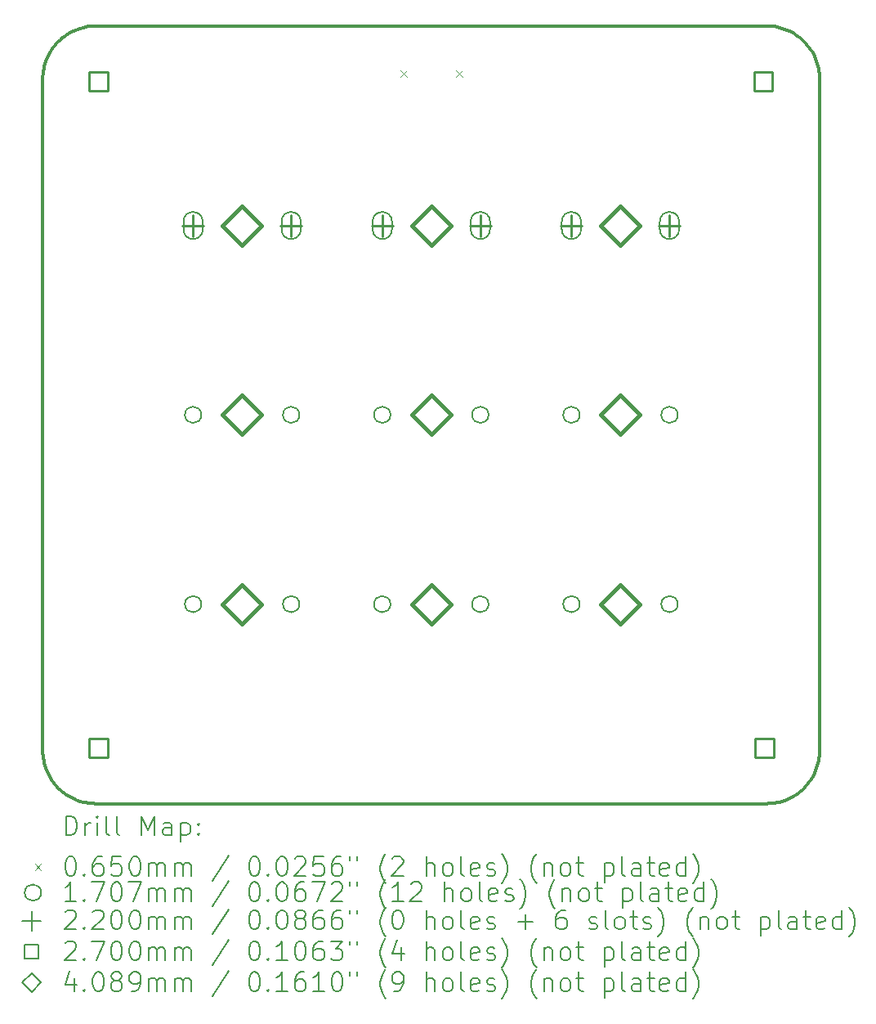
<source format=gbr>
%FSLAX45Y45*%
G04 Gerber Fmt 4.5, Leading zero omitted, Abs format (unit mm)*
G04 Created by KiCad (PCBNEW (6.0.1)) date 2022-06-28 21:47:59*
%MOMM*%
%LPD*%
G01*
G04 APERTURE LIST*
%TA.AperFunction,Profile*%
%ADD10C,0.349999*%
%TD*%
%ADD11C,0.200000*%
%ADD12C,0.065000*%
%ADD13C,0.170688*%
%ADD14C,0.220000*%
%ADD15C,0.270000*%
%ADD16C,0.408940*%
G04 APERTURE END LIST*
D10*
X18710005Y-6027735D02*
X18685475Y-6016867D01*
X18660445Y-13992793D02*
X18685475Y-13983134D01*
X11289995Y-13972265D02*
X11314525Y-13983134D01*
X18917077Y-6197784D02*
X18900445Y-6176434D01*
X18780140Y-6067407D02*
X18757383Y-6053024D01*
X18475000Y-5975000D02*
X18475000Y-5975000D01*
X11027735Y-13710005D02*
X11039794Y-13733989D01*
X18863909Y-6136092D02*
X18844146Y-6117285D01*
X19025000Y-6525000D02*
X19024324Y-6497727D01*
X10985666Y-6417200D02*
X10981028Y-6443782D01*
X11007207Y-13660445D02*
X11016867Y-13685475D01*
X19014334Y-6417200D02*
X19008412Y-6390938D01*
X18900445Y-13823567D02*
X18917077Y-13802216D01*
X19022308Y-6470640D02*
X19018972Y-6443782D01*
X11497727Y-14024324D02*
X11525000Y-14025000D01*
X10991588Y-6390938D02*
X10985666Y-6417200D01*
X18992793Y-6339555D02*
X18983134Y-6314525D01*
X11027735Y-6289995D02*
X11016867Y-6314525D01*
X18823567Y-13900444D02*
X18844146Y-13882716D01*
X18863909Y-13863909D02*
X18863909Y-13863909D01*
X18844146Y-13882716D02*
X18863909Y-13863909D01*
X11176434Y-6099556D02*
X11155855Y-6117285D01*
X10975000Y-13475000D02*
X10975676Y-13502272D01*
X19024324Y-13502272D02*
X19025000Y-13475000D01*
X11365041Y-5998774D02*
X11339555Y-6007207D01*
X10998774Y-13634959D02*
X11007207Y-13660445D01*
X11390938Y-5991588D02*
X11365041Y-5998774D01*
X18582800Y-5985666D02*
X18556218Y-5981028D01*
X11266011Y-13960206D02*
X11289995Y-13972265D01*
X11525000Y-14025000D02*
X11525000Y-14025000D01*
X11219860Y-6067407D02*
X11197784Y-6082924D01*
X11197784Y-6082924D02*
X11176434Y-6099556D01*
X19025000Y-13475000D02*
X19025000Y-6525000D01*
X11417200Y-5985666D02*
X11390938Y-5991588D01*
X19024324Y-6497727D02*
X19022308Y-6470640D01*
X18529360Y-5977692D02*
X18502273Y-5975676D01*
X11136092Y-6136092D02*
X11136092Y-6136092D01*
X18802216Y-6082924D02*
X18780140Y-6067407D01*
X18960206Y-6266011D02*
X18946976Y-6242617D01*
X18972265Y-6289995D02*
X18960206Y-6266011D01*
X18946976Y-13757383D02*
X18960206Y-13733989D01*
X10985666Y-13582800D02*
X10991588Y-13609062D01*
X18634959Y-5998774D02*
X18609062Y-5991588D01*
X18634959Y-14001226D02*
X18660445Y-13992793D01*
X11053024Y-13757383D02*
X11067407Y-13780140D01*
X18932594Y-6219860D02*
X18917077Y-6197784D01*
X10981028Y-6443782D02*
X10977692Y-6470640D01*
X18556218Y-14018972D02*
X18582800Y-14014334D01*
X18917077Y-13802216D02*
X18932594Y-13780140D01*
X19025000Y-6525000D02*
X19025000Y-6525000D01*
X19018972Y-13556218D02*
X19022308Y-13529360D01*
X18609062Y-5991588D02*
X18582800Y-5985666D01*
X18780140Y-13932593D02*
X18802216Y-13917077D01*
X10998774Y-6365041D02*
X10991588Y-6390938D01*
X11136092Y-13863909D02*
X11136092Y-13863909D01*
X18502273Y-5975676D02*
X18475000Y-5975000D01*
X11067407Y-6219860D02*
X11053024Y-6242617D01*
X18802216Y-13917077D02*
X18823567Y-13900444D01*
X18983134Y-6314525D02*
X18972265Y-6289995D01*
X10975676Y-6497727D02*
X10975000Y-6525000D01*
X18660445Y-6007207D02*
X18634959Y-5998774D01*
X10991588Y-13609062D02*
X10998774Y-13634959D01*
X18863909Y-6136092D02*
X18863909Y-6136092D01*
X11099556Y-13823567D02*
X11117285Y-13844146D01*
X19014334Y-13582800D02*
X19018972Y-13556218D01*
X18685475Y-13983134D02*
X18710005Y-13972265D01*
X18733989Y-6039794D02*
X18710005Y-6027735D01*
X18733989Y-13960206D02*
X18757383Y-13946976D01*
X11016867Y-6314525D02*
X11007207Y-6339555D01*
X11016867Y-13685475D02*
X11027735Y-13710005D01*
X19022308Y-13529360D02*
X19024324Y-13502272D01*
X10977692Y-6470640D02*
X10975676Y-6497727D01*
X11390938Y-14008412D02*
X11417200Y-14014334D01*
X11155855Y-13882716D02*
X11176434Y-13900444D01*
X11242617Y-13946976D02*
X11266011Y-13960206D01*
X19001226Y-13634959D02*
X19008412Y-13609062D01*
X11497727Y-5975676D02*
X11470640Y-5977692D01*
X18992793Y-13660445D02*
X19001226Y-13634959D01*
X18882716Y-13844146D02*
X18900445Y-13823567D01*
X18475000Y-5975000D02*
X11525000Y-5975000D01*
X11525000Y-5975000D02*
X11497727Y-5975676D01*
X18900445Y-6176434D02*
X18882716Y-6155854D01*
X11339555Y-6007207D02*
X11314525Y-6016867D01*
X19008412Y-13609062D02*
X19014334Y-13582800D01*
X11314525Y-13983134D02*
X11339555Y-13992793D01*
X10975676Y-13502272D02*
X10977692Y-13529360D01*
X11289995Y-6027735D02*
X11266011Y-6039794D01*
X19008412Y-6390938D02*
X19001226Y-6365041D01*
X11039794Y-6266011D02*
X11027735Y-6289995D01*
X11155855Y-6117285D02*
X11136092Y-6136092D01*
X11197784Y-13917077D02*
X11219860Y-13932593D01*
X19001226Y-6365041D02*
X18992793Y-6339555D01*
X18932594Y-13780140D02*
X18946976Y-13757383D01*
X10975000Y-6525000D02*
X10975000Y-6525000D01*
X10975000Y-6525000D02*
X10975000Y-13475000D01*
X11314525Y-6016867D02*
X11289995Y-6027735D01*
X18502273Y-14024324D02*
X18529360Y-14022308D01*
X11176434Y-13900444D02*
X11197784Y-13917077D01*
X18972265Y-13710005D02*
X18983134Y-13685475D01*
X11365041Y-14001226D02*
X11390938Y-14008412D01*
X18475000Y-14025000D02*
X18475000Y-14025000D01*
X11443782Y-5981028D02*
X11417200Y-5985666D01*
X11099556Y-6176434D02*
X11082924Y-6197784D01*
X18582800Y-14014334D02*
X18609062Y-14008412D01*
X18710005Y-13972265D02*
X18733989Y-13960206D01*
X18844146Y-6117285D02*
X18823567Y-6099556D01*
X18556218Y-5981028D02*
X18529360Y-5977692D01*
X11136092Y-13863909D02*
X11155855Y-13882716D01*
X11242617Y-6053024D02*
X11219860Y-6067407D01*
X18946976Y-6242617D02*
X18932594Y-6219860D01*
X11266011Y-6039794D02*
X11242617Y-6053024D01*
X11470640Y-14022308D02*
X11497727Y-14024324D01*
X18882716Y-6155854D02*
X18863909Y-6136092D01*
X11339555Y-13992793D02*
X11365041Y-14001226D01*
X10977692Y-13529360D02*
X10981028Y-13556218D01*
X18757383Y-6053024D02*
X18733989Y-6039794D01*
X11082924Y-6197784D02*
X11067407Y-6219860D01*
X18685475Y-6016867D02*
X18660445Y-6007207D01*
X18475000Y-14025000D02*
X18502273Y-14024324D01*
X18983134Y-13685475D02*
X18992793Y-13660445D01*
X18960206Y-13733989D02*
X18972265Y-13710005D01*
X11117285Y-6155854D02*
X11099556Y-6176434D01*
X11219860Y-13932593D02*
X11242617Y-13946976D01*
X11082924Y-13802216D02*
X11099556Y-13823567D01*
X11039794Y-13733989D02*
X11053024Y-13757383D01*
X18757383Y-13946976D02*
X18780140Y-13932593D01*
X10981028Y-13556218D02*
X10985666Y-13582800D01*
X11136092Y-6136092D02*
X11117285Y-6155854D01*
X18529360Y-14022308D02*
X18556218Y-14018972D01*
X11470640Y-5977692D02*
X11443782Y-5981028D01*
X11053024Y-6242617D02*
X11039794Y-6266011D01*
X18823567Y-6099556D02*
X18802216Y-6082924D01*
X11443782Y-14018972D02*
X11470640Y-14022308D01*
X11525000Y-5975000D02*
X11525000Y-5975000D01*
X11067407Y-13780140D02*
X11082924Y-13802216D01*
X18863909Y-13863909D02*
X18882716Y-13844146D01*
X10975000Y-13475000D02*
X10975000Y-13475000D01*
X11417200Y-14014334D02*
X11443782Y-14018972D01*
X11007207Y-6339555D02*
X10998774Y-6365041D01*
X19018972Y-6443782D02*
X19014334Y-6417200D01*
X18609062Y-14008412D02*
X18634959Y-14001226D01*
X11525000Y-14025000D02*
X18475000Y-14025000D01*
X11117285Y-13844146D02*
X11136092Y-13863909D01*
D11*
D12*
X14678500Y-6437500D02*
X14743500Y-6502500D01*
X14743500Y-6437500D02*
X14678500Y-6502500D01*
X15256500Y-6437500D02*
X15321500Y-6502500D01*
X15321500Y-6437500D02*
X15256500Y-6502500D01*
D13*
X12617344Y-10000000D02*
G75*
G03*
X12617344Y-10000000I-85344J0D01*
G01*
X12617344Y-11960000D02*
G75*
G03*
X12617344Y-11960000I-85344J0D01*
G01*
X13633344Y-10000000D02*
G75*
G03*
X13633344Y-10000000I-85344J0D01*
G01*
X13633344Y-11960000D02*
G75*
G03*
X13633344Y-11960000I-85344J0D01*
G01*
X14577344Y-10000000D02*
G75*
G03*
X14577344Y-10000000I-85344J0D01*
G01*
X14577344Y-11960000D02*
G75*
G03*
X14577344Y-11960000I-85344J0D01*
G01*
X15593344Y-10000000D02*
G75*
G03*
X15593344Y-10000000I-85344J0D01*
G01*
X15593344Y-11960000D02*
G75*
G03*
X15593344Y-11960000I-85344J0D01*
G01*
X16537344Y-10000000D02*
G75*
G03*
X16537344Y-10000000I-85344J0D01*
G01*
X16537344Y-11960000D02*
G75*
G03*
X16537344Y-11960000I-85344J0D01*
G01*
X17553344Y-10000000D02*
G75*
G03*
X17553344Y-10000000I-85344J0D01*
G01*
X17553344Y-11960000D02*
G75*
G03*
X17553344Y-11960000I-85344J0D01*
G01*
D14*
X12532000Y-7930000D02*
X12532000Y-8150000D01*
X12422000Y-8040000D02*
X12642000Y-8040000D01*
D11*
X12432000Y-8000000D02*
X12432000Y-8080000D01*
X12632000Y-8000000D02*
X12632000Y-8080000D01*
X12432000Y-8080000D02*
G75*
G03*
X12632000Y-8080000I100000J0D01*
G01*
X12632000Y-8000000D02*
G75*
G03*
X12432000Y-8000000I-100000J0D01*
G01*
D14*
X13548000Y-7930000D02*
X13548000Y-8150000D01*
X13438000Y-8040000D02*
X13658000Y-8040000D01*
D11*
X13448000Y-8000000D02*
X13448000Y-8080000D01*
X13648000Y-8000000D02*
X13648000Y-8080000D01*
X13448000Y-8080000D02*
G75*
G03*
X13648000Y-8080000I100000J0D01*
G01*
X13648000Y-8000000D02*
G75*
G03*
X13448000Y-8000000I-100000J0D01*
G01*
D14*
X14492000Y-7930000D02*
X14492000Y-8150000D01*
X14382000Y-8040000D02*
X14602000Y-8040000D01*
D11*
X14392000Y-8000000D02*
X14392000Y-8080000D01*
X14592000Y-8000000D02*
X14592000Y-8080000D01*
X14392000Y-8080000D02*
G75*
G03*
X14592000Y-8080000I100000J0D01*
G01*
X14592000Y-8000000D02*
G75*
G03*
X14392000Y-8000000I-100000J0D01*
G01*
D14*
X15508000Y-7930000D02*
X15508000Y-8150000D01*
X15398000Y-8040000D02*
X15618000Y-8040000D01*
D11*
X15408000Y-8000000D02*
X15408000Y-8080000D01*
X15608000Y-8000000D02*
X15608000Y-8080000D01*
X15408000Y-8080000D02*
G75*
G03*
X15608000Y-8080000I100000J0D01*
G01*
X15608000Y-8000000D02*
G75*
G03*
X15408000Y-8000000I-100000J0D01*
G01*
D14*
X16452000Y-7930000D02*
X16452000Y-8150000D01*
X16342000Y-8040000D02*
X16562000Y-8040000D01*
D11*
X16352000Y-8000000D02*
X16352000Y-8080000D01*
X16552000Y-8000000D02*
X16552000Y-8080000D01*
X16352000Y-8080000D02*
G75*
G03*
X16552000Y-8080000I100000J0D01*
G01*
X16552000Y-8000000D02*
G75*
G03*
X16352000Y-8000000I-100000J0D01*
G01*
D14*
X17468000Y-7930000D02*
X17468000Y-8150000D01*
X17358000Y-8040000D02*
X17578000Y-8040000D01*
D11*
X17368000Y-8000000D02*
X17368000Y-8080000D01*
X17568000Y-8000000D02*
X17568000Y-8080000D01*
X17368000Y-8080000D02*
G75*
G03*
X17568000Y-8080000I100000J0D01*
G01*
X17568000Y-8000000D02*
G75*
G03*
X17368000Y-8000000I-100000J0D01*
G01*
D15*
X11645460Y-6645460D02*
X11645460Y-6454540D01*
X11454540Y-6454540D01*
X11454540Y-6645460D01*
X11645460Y-6645460D01*
X11645460Y-13545460D02*
X11645460Y-13354540D01*
X11454540Y-13354540D01*
X11454540Y-13545460D01*
X11645460Y-13545460D01*
X18535460Y-6645460D02*
X18535460Y-6454540D01*
X18344540Y-6454540D01*
X18344540Y-6645460D01*
X18535460Y-6645460D01*
X18545460Y-13545460D02*
X18545460Y-13354540D01*
X18354540Y-13354540D01*
X18354540Y-13545460D01*
X18545460Y-13545460D01*
D16*
X13040000Y-8244470D02*
X13244470Y-8040000D01*
X13040000Y-7835530D01*
X12835530Y-8040000D01*
X13040000Y-8244470D01*
X13040000Y-10204470D02*
X13244470Y-10000000D01*
X13040000Y-9795530D01*
X12835530Y-10000000D01*
X13040000Y-10204470D01*
X13040000Y-12164470D02*
X13244470Y-11960000D01*
X13040000Y-11755530D01*
X12835530Y-11960000D01*
X13040000Y-12164470D01*
X15000000Y-8244470D02*
X15204470Y-8040000D01*
X15000000Y-7835530D01*
X14795530Y-8040000D01*
X15000000Y-8244470D01*
X15000000Y-10204470D02*
X15204470Y-10000000D01*
X15000000Y-9795530D01*
X14795530Y-10000000D01*
X15000000Y-10204470D01*
X15000000Y-12164470D02*
X15204470Y-11960000D01*
X15000000Y-11755530D01*
X14795530Y-11960000D01*
X15000000Y-12164470D01*
X16960000Y-8244470D02*
X17164470Y-8040000D01*
X16960000Y-7835530D01*
X16755530Y-8040000D01*
X16960000Y-8244470D01*
X16960000Y-10204470D02*
X17164470Y-10000000D01*
X16960000Y-9795530D01*
X16755530Y-10000000D01*
X16960000Y-10204470D01*
X16960000Y-12164470D02*
X17164470Y-11960000D01*
X16960000Y-11755530D01*
X16755530Y-11960000D01*
X16960000Y-12164470D01*
D11*
X11215119Y-14352976D02*
X11215119Y-14152976D01*
X11262738Y-14152976D01*
X11291310Y-14162500D01*
X11310358Y-14181547D01*
X11319881Y-14200595D01*
X11329405Y-14238690D01*
X11329405Y-14267261D01*
X11319881Y-14305357D01*
X11310358Y-14324404D01*
X11291310Y-14343452D01*
X11262738Y-14352976D01*
X11215119Y-14352976D01*
X11415119Y-14352976D02*
X11415119Y-14219642D01*
X11415119Y-14257738D02*
X11424643Y-14238690D01*
X11434167Y-14229166D01*
X11453215Y-14219642D01*
X11472262Y-14219642D01*
X11538929Y-14352976D02*
X11538929Y-14219642D01*
X11538929Y-14152976D02*
X11529405Y-14162500D01*
X11538929Y-14172023D01*
X11548453Y-14162500D01*
X11538929Y-14152976D01*
X11538929Y-14172023D01*
X11662738Y-14352976D02*
X11643691Y-14343452D01*
X11634167Y-14324404D01*
X11634167Y-14152976D01*
X11767500Y-14352976D02*
X11748453Y-14343452D01*
X11738929Y-14324404D01*
X11738929Y-14152976D01*
X11996072Y-14352976D02*
X11996072Y-14152976D01*
X12062738Y-14295833D01*
X12129405Y-14152976D01*
X12129405Y-14352976D01*
X12310358Y-14352976D02*
X12310358Y-14248214D01*
X12300834Y-14229166D01*
X12281786Y-14219642D01*
X12243691Y-14219642D01*
X12224643Y-14229166D01*
X12310358Y-14343452D02*
X12291310Y-14352976D01*
X12243691Y-14352976D01*
X12224643Y-14343452D01*
X12215119Y-14324404D01*
X12215119Y-14305357D01*
X12224643Y-14286309D01*
X12243691Y-14276785D01*
X12291310Y-14276785D01*
X12310358Y-14267261D01*
X12405596Y-14219642D02*
X12405596Y-14419642D01*
X12405596Y-14229166D02*
X12424643Y-14219642D01*
X12462738Y-14219642D01*
X12481786Y-14229166D01*
X12491310Y-14238690D01*
X12500834Y-14257738D01*
X12500834Y-14314880D01*
X12491310Y-14333928D01*
X12481786Y-14343452D01*
X12462738Y-14352976D01*
X12424643Y-14352976D01*
X12405596Y-14343452D01*
X12586548Y-14333928D02*
X12596072Y-14343452D01*
X12586548Y-14352976D01*
X12577024Y-14343452D01*
X12586548Y-14333928D01*
X12586548Y-14352976D01*
X12586548Y-14229166D02*
X12596072Y-14238690D01*
X12586548Y-14248214D01*
X12577024Y-14238690D01*
X12586548Y-14229166D01*
X12586548Y-14248214D01*
D12*
X10892501Y-14650000D02*
X10957501Y-14715000D01*
X10957501Y-14650000D02*
X10892501Y-14715000D01*
D11*
X11253215Y-14572976D02*
X11272262Y-14572976D01*
X11291310Y-14582500D01*
X11300834Y-14592023D01*
X11310358Y-14611071D01*
X11319881Y-14649166D01*
X11319881Y-14696785D01*
X11310358Y-14734880D01*
X11300834Y-14753928D01*
X11291310Y-14763452D01*
X11272262Y-14772976D01*
X11253215Y-14772976D01*
X11234167Y-14763452D01*
X11224643Y-14753928D01*
X11215119Y-14734880D01*
X11205596Y-14696785D01*
X11205596Y-14649166D01*
X11215119Y-14611071D01*
X11224643Y-14592023D01*
X11234167Y-14582500D01*
X11253215Y-14572976D01*
X11405596Y-14753928D02*
X11415119Y-14763452D01*
X11405596Y-14772976D01*
X11396072Y-14763452D01*
X11405596Y-14753928D01*
X11405596Y-14772976D01*
X11586548Y-14572976D02*
X11548453Y-14572976D01*
X11529405Y-14582500D01*
X11519881Y-14592023D01*
X11500834Y-14620595D01*
X11491310Y-14658690D01*
X11491310Y-14734880D01*
X11500834Y-14753928D01*
X11510358Y-14763452D01*
X11529405Y-14772976D01*
X11567500Y-14772976D01*
X11586548Y-14763452D01*
X11596072Y-14753928D01*
X11605596Y-14734880D01*
X11605596Y-14687261D01*
X11596072Y-14668214D01*
X11586548Y-14658690D01*
X11567500Y-14649166D01*
X11529405Y-14649166D01*
X11510358Y-14658690D01*
X11500834Y-14668214D01*
X11491310Y-14687261D01*
X11786548Y-14572976D02*
X11691310Y-14572976D01*
X11681786Y-14668214D01*
X11691310Y-14658690D01*
X11710358Y-14649166D01*
X11757977Y-14649166D01*
X11777024Y-14658690D01*
X11786548Y-14668214D01*
X11796072Y-14687261D01*
X11796072Y-14734880D01*
X11786548Y-14753928D01*
X11777024Y-14763452D01*
X11757977Y-14772976D01*
X11710358Y-14772976D01*
X11691310Y-14763452D01*
X11681786Y-14753928D01*
X11919881Y-14572976D02*
X11938929Y-14572976D01*
X11957977Y-14582500D01*
X11967500Y-14592023D01*
X11977024Y-14611071D01*
X11986548Y-14649166D01*
X11986548Y-14696785D01*
X11977024Y-14734880D01*
X11967500Y-14753928D01*
X11957977Y-14763452D01*
X11938929Y-14772976D01*
X11919881Y-14772976D01*
X11900834Y-14763452D01*
X11891310Y-14753928D01*
X11881786Y-14734880D01*
X11872262Y-14696785D01*
X11872262Y-14649166D01*
X11881786Y-14611071D01*
X11891310Y-14592023D01*
X11900834Y-14582500D01*
X11919881Y-14572976D01*
X12072262Y-14772976D02*
X12072262Y-14639642D01*
X12072262Y-14658690D02*
X12081786Y-14649166D01*
X12100834Y-14639642D01*
X12129405Y-14639642D01*
X12148453Y-14649166D01*
X12157977Y-14668214D01*
X12157977Y-14772976D01*
X12157977Y-14668214D02*
X12167500Y-14649166D01*
X12186548Y-14639642D01*
X12215119Y-14639642D01*
X12234167Y-14649166D01*
X12243691Y-14668214D01*
X12243691Y-14772976D01*
X12338929Y-14772976D02*
X12338929Y-14639642D01*
X12338929Y-14658690D02*
X12348453Y-14649166D01*
X12367500Y-14639642D01*
X12396072Y-14639642D01*
X12415119Y-14649166D01*
X12424643Y-14668214D01*
X12424643Y-14772976D01*
X12424643Y-14668214D02*
X12434167Y-14649166D01*
X12453215Y-14639642D01*
X12481786Y-14639642D01*
X12500834Y-14649166D01*
X12510358Y-14668214D01*
X12510358Y-14772976D01*
X12900834Y-14563452D02*
X12729405Y-14820595D01*
X13157977Y-14572976D02*
X13177024Y-14572976D01*
X13196072Y-14582500D01*
X13205596Y-14592023D01*
X13215119Y-14611071D01*
X13224643Y-14649166D01*
X13224643Y-14696785D01*
X13215119Y-14734880D01*
X13205596Y-14753928D01*
X13196072Y-14763452D01*
X13177024Y-14772976D01*
X13157977Y-14772976D01*
X13138929Y-14763452D01*
X13129405Y-14753928D01*
X13119881Y-14734880D01*
X13110358Y-14696785D01*
X13110358Y-14649166D01*
X13119881Y-14611071D01*
X13129405Y-14592023D01*
X13138929Y-14582500D01*
X13157977Y-14572976D01*
X13310358Y-14753928D02*
X13319881Y-14763452D01*
X13310358Y-14772976D01*
X13300834Y-14763452D01*
X13310358Y-14753928D01*
X13310358Y-14772976D01*
X13443691Y-14572976D02*
X13462738Y-14572976D01*
X13481786Y-14582500D01*
X13491310Y-14592023D01*
X13500834Y-14611071D01*
X13510358Y-14649166D01*
X13510358Y-14696785D01*
X13500834Y-14734880D01*
X13491310Y-14753928D01*
X13481786Y-14763452D01*
X13462738Y-14772976D01*
X13443691Y-14772976D01*
X13424643Y-14763452D01*
X13415119Y-14753928D01*
X13405596Y-14734880D01*
X13396072Y-14696785D01*
X13396072Y-14649166D01*
X13405596Y-14611071D01*
X13415119Y-14592023D01*
X13424643Y-14582500D01*
X13443691Y-14572976D01*
X13586548Y-14592023D02*
X13596072Y-14582500D01*
X13615119Y-14572976D01*
X13662738Y-14572976D01*
X13681786Y-14582500D01*
X13691310Y-14592023D01*
X13700834Y-14611071D01*
X13700834Y-14630119D01*
X13691310Y-14658690D01*
X13577024Y-14772976D01*
X13700834Y-14772976D01*
X13881786Y-14572976D02*
X13786548Y-14572976D01*
X13777024Y-14668214D01*
X13786548Y-14658690D01*
X13805596Y-14649166D01*
X13853215Y-14649166D01*
X13872262Y-14658690D01*
X13881786Y-14668214D01*
X13891310Y-14687261D01*
X13891310Y-14734880D01*
X13881786Y-14753928D01*
X13872262Y-14763452D01*
X13853215Y-14772976D01*
X13805596Y-14772976D01*
X13786548Y-14763452D01*
X13777024Y-14753928D01*
X14062738Y-14572976D02*
X14024643Y-14572976D01*
X14005596Y-14582500D01*
X13996072Y-14592023D01*
X13977024Y-14620595D01*
X13967500Y-14658690D01*
X13967500Y-14734880D01*
X13977024Y-14753928D01*
X13986548Y-14763452D01*
X14005596Y-14772976D01*
X14043691Y-14772976D01*
X14062738Y-14763452D01*
X14072262Y-14753928D01*
X14081786Y-14734880D01*
X14081786Y-14687261D01*
X14072262Y-14668214D01*
X14062738Y-14658690D01*
X14043691Y-14649166D01*
X14005596Y-14649166D01*
X13986548Y-14658690D01*
X13977024Y-14668214D01*
X13967500Y-14687261D01*
X14157977Y-14572976D02*
X14157977Y-14611071D01*
X14234167Y-14572976D02*
X14234167Y-14611071D01*
X14529405Y-14849166D02*
X14519881Y-14839642D01*
X14500834Y-14811071D01*
X14491310Y-14792023D01*
X14481786Y-14763452D01*
X14472262Y-14715833D01*
X14472262Y-14677738D01*
X14481786Y-14630119D01*
X14491310Y-14601547D01*
X14500834Y-14582500D01*
X14519881Y-14553928D01*
X14529405Y-14544404D01*
X14596072Y-14592023D02*
X14605596Y-14582500D01*
X14624643Y-14572976D01*
X14672262Y-14572976D01*
X14691310Y-14582500D01*
X14700834Y-14592023D01*
X14710358Y-14611071D01*
X14710358Y-14630119D01*
X14700834Y-14658690D01*
X14586548Y-14772976D01*
X14710358Y-14772976D01*
X14948453Y-14772976D02*
X14948453Y-14572976D01*
X15034167Y-14772976D02*
X15034167Y-14668214D01*
X15024643Y-14649166D01*
X15005596Y-14639642D01*
X14977024Y-14639642D01*
X14957977Y-14649166D01*
X14948453Y-14658690D01*
X15157977Y-14772976D02*
X15138929Y-14763452D01*
X15129405Y-14753928D01*
X15119881Y-14734880D01*
X15119881Y-14677738D01*
X15129405Y-14658690D01*
X15138929Y-14649166D01*
X15157977Y-14639642D01*
X15186548Y-14639642D01*
X15205596Y-14649166D01*
X15215119Y-14658690D01*
X15224643Y-14677738D01*
X15224643Y-14734880D01*
X15215119Y-14753928D01*
X15205596Y-14763452D01*
X15186548Y-14772976D01*
X15157977Y-14772976D01*
X15338929Y-14772976D02*
X15319881Y-14763452D01*
X15310358Y-14744404D01*
X15310358Y-14572976D01*
X15491310Y-14763452D02*
X15472262Y-14772976D01*
X15434167Y-14772976D01*
X15415119Y-14763452D01*
X15405596Y-14744404D01*
X15405596Y-14668214D01*
X15415119Y-14649166D01*
X15434167Y-14639642D01*
X15472262Y-14639642D01*
X15491310Y-14649166D01*
X15500834Y-14668214D01*
X15500834Y-14687261D01*
X15405596Y-14706309D01*
X15577024Y-14763452D02*
X15596072Y-14772976D01*
X15634167Y-14772976D01*
X15653215Y-14763452D01*
X15662738Y-14744404D01*
X15662738Y-14734880D01*
X15653215Y-14715833D01*
X15634167Y-14706309D01*
X15605596Y-14706309D01*
X15586548Y-14696785D01*
X15577024Y-14677738D01*
X15577024Y-14668214D01*
X15586548Y-14649166D01*
X15605596Y-14639642D01*
X15634167Y-14639642D01*
X15653215Y-14649166D01*
X15729405Y-14849166D02*
X15738929Y-14839642D01*
X15757977Y-14811071D01*
X15767500Y-14792023D01*
X15777024Y-14763452D01*
X15786548Y-14715833D01*
X15786548Y-14677738D01*
X15777024Y-14630119D01*
X15767500Y-14601547D01*
X15757977Y-14582500D01*
X15738929Y-14553928D01*
X15729405Y-14544404D01*
X16091310Y-14849166D02*
X16081786Y-14839642D01*
X16062738Y-14811071D01*
X16053215Y-14792023D01*
X16043691Y-14763452D01*
X16034167Y-14715833D01*
X16034167Y-14677738D01*
X16043691Y-14630119D01*
X16053215Y-14601547D01*
X16062738Y-14582500D01*
X16081786Y-14553928D01*
X16091310Y-14544404D01*
X16167500Y-14639642D02*
X16167500Y-14772976D01*
X16167500Y-14658690D02*
X16177024Y-14649166D01*
X16196072Y-14639642D01*
X16224643Y-14639642D01*
X16243691Y-14649166D01*
X16253215Y-14668214D01*
X16253215Y-14772976D01*
X16377024Y-14772976D02*
X16357977Y-14763452D01*
X16348453Y-14753928D01*
X16338929Y-14734880D01*
X16338929Y-14677738D01*
X16348453Y-14658690D01*
X16357977Y-14649166D01*
X16377024Y-14639642D01*
X16405596Y-14639642D01*
X16424643Y-14649166D01*
X16434167Y-14658690D01*
X16443691Y-14677738D01*
X16443691Y-14734880D01*
X16434167Y-14753928D01*
X16424643Y-14763452D01*
X16405596Y-14772976D01*
X16377024Y-14772976D01*
X16500834Y-14639642D02*
X16577024Y-14639642D01*
X16529405Y-14572976D02*
X16529405Y-14744404D01*
X16538929Y-14763452D01*
X16557977Y-14772976D01*
X16577024Y-14772976D01*
X16796072Y-14639642D02*
X16796072Y-14839642D01*
X16796072Y-14649166D02*
X16815120Y-14639642D01*
X16853215Y-14639642D01*
X16872262Y-14649166D01*
X16881786Y-14658690D01*
X16891310Y-14677738D01*
X16891310Y-14734880D01*
X16881786Y-14753928D01*
X16872262Y-14763452D01*
X16853215Y-14772976D01*
X16815120Y-14772976D01*
X16796072Y-14763452D01*
X17005596Y-14772976D02*
X16986548Y-14763452D01*
X16977024Y-14744404D01*
X16977024Y-14572976D01*
X17167500Y-14772976D02*
X17167500Y-14668214D01*
X17157977Y-14649166D01*
X17138929Y-14639642D01*
X17100834Y-14639642D01*
X17081786Y-14649166D01*
X17167500Y-14763452D02*
X17148453Y-14772976D01*
X17100834Y-14772976D01*
X17081786Y-14763452D01*
X17072262Y-14744404D01*
X17072262Y-14725357D01*
X17081786Y-14706309D01*
X17100834Y-14696785D01*
X17148453Y-14696785D01*
X17167500Y-14687261D01*
X17234167Y-14639642D02*
X17310358Y-14639642D01*
X17262739Y-14572976D02*
X17262739Y-14744404D01*
X17272262Y-14763452D01*
X17291310Y-14772976D01*
X17310358Y-14772976D01*
X17453215Y-14763452D02*
X17434167Y-14772976D01*
X17396072Y-14772976D01*
X17377024Y-14763452D01*
X17367500Y-14744404D01*
X17367500Y-14668214D01*
X17377024Y-14649166D01*
X17396072Y-14639642D01*
X17434167Y-14639642D01*
X17453215Y-14649166D01*
X17462739Y-14668214D01*
X17462739Y-14687261D01*
X17367500Y-14706309D01*
X17634167Y-14772976D02*
X17634167Y-14572976D01*
X17634167Y-14763452D02*
X17615120Y-14772976D01*
X17577024Y-14772976D01*
X17557977Y-14763452D01*
X17548453Y-14753928D01*
X17538929Y-14734880D01*
X17538929Y-14677738D01*
X17548453Y-14658690D01*
X17557977Y-14649166D01*
X17577024Y-14639642D01*
X17615120Y-14639642D01*
X17634167Y-14649166D01*
X17710358Y-14849166D02*
X17719881Y-14839642D01*
X17738929Y-14811071D01*
X17748453Y-14792023D01*
X17757977Y-14763452D01*
X17767500Y-14715833D01*
X17767500Y-14677738D01*
X17757977Y-14630119D01*
X17748453Y-14601547D01*
X17738929Y-14582500D01*
X17719881Y-14553928D01*
X17710358Y-14544404D01*
D13*
X10957501Y-14946500D02*
G75*
G03*
X10957501Y-14946500I-85344J0D01*
G01*
D11*
X11319881Y-15036976D02*
X11205596Y-15036976D01*
X11262738Y-15036976D02*
X11262738Y-14836976D01*
X11243691Y-14865547D01*
X11224643Y-14884595D01*
X11205596Y-14894119D01*
X11405596Y-15017928D02*
X11415119Y-15027452D01*
X11405596Y-15036976D01*
X11396072Y-15027452D01*
X11405596Y-15017928D01*
X11405596Y-15036976D01*
X11481786Y-14836976D02*
X11615119Y-14836976D01*
X11529405Y-15036976D01*
X11729405Y-14836976D02*
X11748453Y-14836976D01*
X11767500Y-14846500D01*
X11777024Y-14856023D01*
X11786548Y-14875071D01*
X11796072Y-14913166D01*
X11796072Y-14960785D01*
X11786548Y-14998880D01*
X11777024Y-15017928D01*
X11767500Y-15027452D01*
X11748453Y-15036976D01*
X11729405Y-15036976D01*
X11710358Y-15027452D01*
X11700834Y-15017928D01*
X11691310Y-14998880D01*
X11681786Y-14960785D01*
X11681786Y-14913166D01*
X11691310Y-14875071D01*
X11700834Y-14856023D01*
X11710358Y-14846500D01*
X11729405Y-14836976D01*
X11862738Y-14836976D02*
X11996072Y-14836976D01*
X11910358Y-15036976D01*
X12072262Y-15036976D02*
X12072262Y-14903642D01*
X12072262Y-14922690D02*
X12081786Y-14913166D01*
X12100834Y-14903642D01*
X12129405Y-14903642D01*
X12148453Y-14913166D01*
X12157977Y-14932214D01*
X12157977Y-15036976D01*
X12157977Y-14932214D02*
X12167500Y-14913166D01*
X12186548Y-14903642D01*
X12215119Y-14903642D01*
X12234167Y-14913166D01*
X12243691Y-14932214D01*
X12243691Y-15036976D01*
X12338929Y-15036976D02*
X12338929Y-14903642D01*
X12338929Y-14922690D02*
X12348453Y-14913166D01*
X12367500Y-14903642D01*
X12396072Y-14903642D01*
X12415119Y-14913166D01*
X12424643Y-14932214D01*
X12424643Y-15036976D01*
X12424643Y-14932214D02*
X12434167Y-14913166D01*
X12453215Y-14903642D01*
X12481786Y-14903642D01*
X12500834Y-14913166D01*
X12510358Y-14932214D01*
X12510358Y-15036976D01*
X12900834Y-14827452D02*
X12729405Y-15084595D01*
X13157977Y-14836976D02*
X13177024Y-14836976D01*
X13196072Y-14846500D01*
X13205596Y-14856023D01*
X13215119Y-14875071D01*
X13224643Y-14913166D01*
X13224643Y-14960785D01*
X13215119Y-14998880D01*
X13205596Y-15017928D01*
X13196072Y-15027452D01*
X13177024Y-15036976D01*
X13157977Y-15036976D01*
X13138929Y-15027452D01*
X13129405Y-15017928D01*
X13119881Y-14998880D01*
X13110358Y-14960785D01*
X13110358Y-14913166D01*
X13119881Y-14875071D01*
X13129405Y-14856023D01*
X13138929Y-14846500D01*
X13157977Y-14836976D01*
X13310358Y-15017928D02*
X13319881Y-15027452D01*
X13310358Y-15036976D01*
X13300834Y-15027452D01*
X13310358Y-15017928D01*
X13310358Y-15036976D01*
X13443691Y-14836976D02*
X13462738Y-14836976D01*
X13481786Y-14846500D01*
X13491310Y-14856023D01*
X13500834Y-14875071D01*
X13510358Y-14913166D01*
X13510358Y-14960785D01*
X13500834Y-14998880D01*
X13491310Y-15017928D01*
X13481786Y-15027452D01*
X13462738Y-15036976D01*
X13443691Y-15036976D01*
X13424643Y-15027452D01*
X13415119Y-15017928D01*
X13405596Y-14998880D01*
X13396072Y-14960785D01*
X13396072Y-14913166D01*
X13405596Y-14875071D01*
X13415119Y-14856023D01*
X13424643Y-14846500D01*
X13443691Y-14836976D01*
X13681786Y-14836976D02*
X13643691Y-14836976D01*
X13624643Y-14846500D01*
X13615119Y-14856023D01*
X13596072Y-14884595D01*
X13586548Y-14922690D01*
X13586548Y-14998880D01*
X13596072Y-15017928D01*
X13605596Y-15027452D01*
X13624643Y-15036976D01*
X13662738Y-15036976D01*
X13681786Y-15027452D01*
X13691310Y-15017928D01*
X13700834Y-14998880D01*
X13700834Y-14951261D01*
X13691310Y-14932214D01*
X13681786Y-14922690D01*
X13662738Y-14913166D01*
X13624643Y-14913166D01*
X13605596Y-14922690D01*
X13596072Y-14932214D01*
X13586548Y-14951261D01*
X13767500Y-14836976D02*
X13900834Y-14836976D01*
X13815119Y-15036976D01*
X13967500Y-14856023D02*
X13977024Y-14846500D01*
X13996072Y-14836976D01*
X14043691Y-14836976D01*
X14062738Y-14846500D01*
X14072262Y-14856023D01*
X14081786Y-14875071D01*
X14081786Y-14894119D01*
X14072262Y-14922690D01*
X13957977Y-15036976D01*
X14081786Y-15036976D01*
X14157977Y-14836976D02*
X14157977Y-14875071D01*
X14234167Y-14836976D02*
X14234167Y-14875071D01*
X14529405Y-15113166D02*
X14519881Y-15103642D01*
X14500834Y-15075071D01*
X14491310Y-15056023D01*
X14481786Y-15027452D01*
X14472262Y-14979833D01*
X14472262Y-14941738D01*
X14481786Y-14894119D01*
X14491310Y-14865547D01*
X14500834Y-14846500D01*
X14519881Y-14817928D01*
X14529405Y-14808404D01*
X14710358Y-15036976D02*
X14596072Y-15036976D01*
X14653215Y-15036976D02*
X14653215Y-14836976D01*
X14634167Y-14865547D01*
X14615119Y-14884595D01*
X14596072Y-14894119D01*
X14786548Y-14856023D02*
X14796072Y-14846500D01*
X14815119Y-14836976D01*
X14862738Y-14836976D01*
X14881786Y-14846500D01*
X14891310Y-14856023D01*
X14900834Y-14875071D01*
X14900834Y-14894119D01*
X14891310Y-14922690D01*
X14777024Y-15036976D01*
X14900834Y-15036976D01*
X15138929Y-15036976D02*
X15138929Y-14836976D01*
X15224643Y-15036976D02*
X15224643Y-14932214D01*
X15215119Y-14913166D01*
X15196072Y-14903642D01*
X15167500Y-14903642D01*
X15148453Y-14913166D01*
X15138929Y-14922690D01*
X15348453Y-15036976D02*
X15329405Y-15027452D01*
X15319881Y-15017928D01*
X15310358Y-14998880D01*
X15310358Y-14941738D01*
X15319881Y-14922690D01*
X15329405Y-14913166D01*
X15348453Y-14903642D01*
X15377024Y-14903642D01*
X15396072Y-14913166D01*
X15405596Y-14922690D01*
X15415119Y-14941738D01*
X15415119Y-14998880D01*
X15405596Y-15017928D01*
X15396072Y-15027452D01*
X15377024Y-15036976D01*
X15348453Y-15036976D01*
X15529405Y-15036976D02*
X15510358Y-15027452D01*
X15500834Y-15008404D01*
X15500834Y-14836976D01*
X15681786Y-15027452D02*
X15662738Y-15036976D01*
X15624643Y-15036976D01*
X15605596Y-15027452D01*
X15596072Y-15008404D01*
X15596072Y-14932214D01*
X15605596Y-14913166D01*
X15624643Y-14903642D01*
X15662738Y-14903642D01*
X15681786Y-14913166D01*
X15691310Y-14932214D01*
X15691310Y-14951261D01*
X15596072Y-14970309D01*
X15767500Y-15027452D02*
X15786548Y-15036976D01*
X15824643Y-15036976D01*
X15843691Y-15027452D01*
X15853215Y-15008404D01*
X15853215Y-14998880D01*
X15843691Y-14979833D01*
X15824643Y-14970309D01*
X15796072Y-14970309D01*
X15777024Y-14960785D01*
X15767500Y-14941738D01*
X15767500Y-14932214D01*
X15777024Y-14913166D01*
X15796072Y-14903642D01*
X15824643Y-14903642D01*
X15843691Y-14913166D01*
X15919881Y-15113166D02*
X15929405Y-15103642D01*
X15948453Y-15075071D01*
X15957977Y-15056023D01*
X15967500Y-15027452D01*
X15977024Y-14979833D01*
X15977024Y-14941738D01*
X15967500Y-14894119D01*
X15957977Y-14865547D01*
X15948453Y-14846500D01*
X15929405Y-14817928D01*
X15919881Y-14808404D01*
X16281786Y-15113166D02*
X16272262Y-15103642D01*
X16253215Y-15075071D01*
X16243691Y-15056023D01*
X16234167Y-15027452D01*
X16224643Y-14979833D01*
X16224643Y-14941738D01*
X16234167Y-14894119D01*
X16243691Y-14865547D01*
X16253215Y-14846500D01*
X16272262Y-14817928D01*
X16281786Y-14808404D01*
X16357977Y-14903642D02*
X16357977Y-15036976D01*
X16357977Y-14922690D02*
X16367500Y-14913166D01*
X16386548Y-14903642D01*
X16415119Y-14903642D01*
X16434167Y-14913166D01*
X16443691Y-14932214D01*
X16443691Y-15036976D01*
X16567500Y-15036976D02*
X16548453Y-15027452D01*
X16538929Y-15017928D01*
X16529405Y-14998880D01*
X16529405Y-14941738D01*
X16538929Y-14922690D01*
X16548453Y-14913166D01*
X16567500Y-14903642D01*
X16596072Y-14903642D01*
X16615119Y-14913166D01*
X16624643Y-14922690D01*
X16634167Y-14941738D01*
X16634167Y-14998880D01*
X16624643Y-15017928D01*
X16615119Y-15027452D01*
X16596072Y-15036976D01*
X16567500Y-15036976D01*
X16691310Y-14903642D02*
X16767500Y-14903642D01*
X16719881Y-14836976D02*
X16719881Y-15008404D01*
X16729405Y-15027452D01*
X16748453Y-15036976D01*
X16767500Y-15036976D01*
X16986548Y-14903642D02*
X16986548Y-15103642D01*
X16986548Y-14913166D02*
X17005596Y-14903642D01*
X17043691Y-14903642D01*
X17062739Y-14913166D01*
X17072262Y-14922690D01*
X17081786Y-14941738D01*
X17081786Y-14998880D01*
X17072262Y-15017928D01*
X17062739Y-15027452D01*
X17043691Y-15036976D01*
X17005596Y-15036976D01*
X16986548Y-15027452D01*
X17196072Y-15036976D02*
X17177024Y-15027452D01*
X17167500Y-15008404D01*
X17167500Y-14836976D01*
X17357977Y-15036976D02*
X17357977Y-14932214D01*
X17348453Y-14913166D01*
X17329405Y-14903642D01*
X17291310Y-14903642D01*
X17272262Y-14913166D01*
X17357977Y-15027452D02*
X17338929Y-15036976D01*
X17291310Y-15036976D01*
X17272262Y-15027452D01*
X17262739Y-15008404D01*
X17262739Y-14989357D01*
X17272262Y-14970309D01*
X17291310Y-14960785D01*
X17338929Y-14960785D01*
X17357977Y-14951261D01*
X17424643Y-14903642D02*
X17500834Y-14903642D01*
X17453215Y-14836976D02*
X17453215Y-15008404D01*
X17462739Y-15027452D01*
X17481786Y-15036976D01*
X17500834Y-15036976D01*
X17643691Y-15027452D02*
X17624643Y-15036976D01*
X17586548Y-15036976D01*
X17567500Y-15027452D01*
X17557977Y-15008404D01*
X17557977Y-14932214D01*
X17567500Y-14913166D01*
X17586548Y-14903642D01*
X17624643Y-14903642D01*
X17643691Y-14913166D01*
X17653215Y-14932214D01*
X17653215Y-14951261D01*
X17557977Y-14970309D01*
X17824643Y-15036976D02*
X17824643Y-14836976D01*
X17824643Y-15027452D02*
X17805596Y-15036976D01*
X17767500Y-15036976D01*
X17748453Y-15027452D01*
X17738929Y-15017928D01*
X17729405Y-14998880D01*
X17729405Y-14941738D01*
X17738929Y-14922690D01*
X17748453Y-14913166D01*
X17767500Y-14903642D01*
X17805596Y-14903642D01*
X17824643Y-14913166D01*
X17900834Y-15113166D02*
X17910358Y-15103642D01*
X17929405Y-15075071D01*
X17938929Y-15056023D01*
X17948453Y-15027452D01*
X17957977Y-14979833D01*
X17957977Y-14941738D01*
X17948453Y-14894119D01*
X17938929Y-14865547D01*
X17929405Y-14846500D01*
X17910358Y-14817928D01*
X17900834Y-14808404D01*
X10857501Y-15137188D02*
X10857501Y-15337188D01*
X10757501Y-15237188D02*
X10957501Y-15237188D01*
X11205596Y-15146711D02*
X11215119Y-15137188D01*
X11234167Y-15127664D01*
X11281786Y-15127664D01*
X11300834Y-15137188D01*
X11310358Y-15146711D01*
X11319881Y-15165759D01*
X11319881Y-15184807D01*
X11310358Y-15213378D01*
X11196072Y-15327664D01*
X11319881Y-15327664D01*
X11405596Y-15308616D02*
X11415119Y-15318140D01*
X11405596Y-15327664D01*
X11396072Y-15318140D01*
X11405596Y-15308616D01*
X11405596Y-15327664D01*
X11491310Y-15146711D02*
X11500834Y-15137188D01*
X11519881Y-15127664D01*
X11567500Y-15127664D01*
X11586548Y-15137188D01*
X11596072Y-15146711D01*
X11605596Y-15165759D01*
X11605596Y-15184807D01*
X11596072Y-15213378D01*
X11481786Y-15327664D01*
X11605596Y-15327664D01*
X11729405Y-15127664D02*
X11748453Y-15127664D01*
X11767500Y-15137188D01*
X11777024Y-15146711D01*
X11786548Y-15165759D01*
X11796072Y-15203854D01*
X11796072Y-15251473D01*
X11786548Y-15289569D01*
X11777024Y-15308616D01*
X11767500Y-15318140D01*
X11748453Y-15327664D01*
X11729405Y-15327664D01*
X11710358Y-15318140D01*
X11700834Y-15308616D01*
X11691310Y-15289569D01*
X11681786Y-15251473D01*
X11681786Y-15203854D01*
X11691310Y-15165759D01*
X11700834Y-15146711D01*
X11710358Y-15137188D01*
X11729405Y-15127664D01*
X11919881Y-15127664D02*
X11938929Y-15127664D01*
X11957977Y-15137188D01*
X11967500Y-15146711D01*
X11977024Y-15165759D01*
X11986548Y-15203854D01*
X11986548Y-15251473D01*
X11977024Y-15289569D01*
X11967500Y-15308616D01*
X11957977Y-15318140D01*
X11938929Y-15327664D01*
X11919881Y-15327664D01*
X11900834Y-15318140D01*
X11891310Y-15308616D01*
X11881786Y-15289569D01*
X11872262Y-15251473D01*
X11872262Y-15203854D01*
X11881786Y-15165759D01*
X11891310Y-15146711D01*
X11900834Y-15137188D01*
X11919881Y-15127664D01*
X12072262Y-15327664D02*
X12072262Y-15194330D01*
X12072262Y-15213378D02*
X12081786Y-15203854D01*
X12100834Y-15194330D01*
X12129405Y-15194330D01*
X12148453Y-15203854D01*
X12157977Y-15222902D01*
X12157977Y-15327664D01*
X12157977Y-15222902D02*
X12167500Y-15203854D01*
X12186548Y-15194330D01*
X12215119Y-15194330D01*
X12234167Y-15203854D01*
X12243691Y-15222902D01*
X12243691Y-15327664D01*
X12338929Y-15327664D02*
X12338929Y-15194330D01*
X12338929Y-15213378D02*
X12348453Y-15203854D01*
X12367500Y-15194330D01*
X12396072Y-15194330D01*
X12415119Y-15203854D01*
X12424643Y-15222902D01*
X12424643Y-15327664D01*
X12424643Y-15222902D02*
X12434167Y-15203854D01*
X12453215Y-15194330D01*
X12481786Y-15194330D01*
X12500834Y-15203854D01*
X12510358Y-15222902D01*
X12510358Y-15327664D01*
X12900834Y-15118140D02*
X12729405Y-15375283D01*
X13157977Y-15127664D02*
X13177024Y-15127664D01*
X13196072Y-15137188D01*
X13205596Y-15146711D01*
X13215119Y-15165759D01*
X13224643Y-15203854D01*
X13224643Y-15251473D01*
X13215119Y-15289569D01*
X13205596Y-15308616D01*
X13196072Y-15318140D01*
X13177024Y-15327664D01*
X13157977Y-15327664D01*
X13138929Y-15318140D01*
X13129405Y-15308616D01*
X13119881Y-15289569D01*
X13110358Y-15251473D01*
X13110358Y-15203854D01*
X13119881Y-15165759D01*
X13129405Y-15146711D01*
X13138929Y-15137188D01*
X13157977Y-15127664D01*
X13310358Y-15308616D02*
X13319881Y-15318140D01*
X13310358Y-15327664D01*
X13300834Y-15318140D01*
X13310358Y-15308616D01*
X13310358Y-15327664D01*
X13443691Y-15127664D02*
X13462738Y-15127664D01*
X13481786Y-15137188D01*
X13491310Y-15146711D01*
X13500834Y-15165759D01*
X13510358Y-15203854D01*
X13510358Y-15251473D01*
X13500834Y-15289569D01*
X13491310Y-15308616D01*
X13481786Y-15318140D01*
X13462738Y-15327664D01*
X13443691Y-15327664D01*
X13424643Y-15318140D01*
X13415119Y-15308616D01*
X13405596Y-15289569D01*
X13396072Y-15251473D01*
X13396072Y-15203854D01*
X13405596Y-15165759D01*
X13415119Y-15146711D01*
X13424643Y-15137188D01*
X13443691Y-15127664D01*
X13624643Y-15213378D02*
X13605596Y-15203854D01*
X13596072Y-15194330D01*
X13586548Y-15175283D01*
X13586548Y-15165759D01*
X13596072Y-15146711D01*
X13605596Y-15137188D01*
X13624643Y-15127664D01*
X13662738Y-15127664D01*
X13681786Y-15137188D01*
X13691310Y-15146711D01*
X13700834Y-15165759D01*
X13700834Y-15175283D01*
X13691310Y-15194330D01*
X13681786Y-15203854D01*
X13662738Y-15213378D01*
X13624643Y-15213378D01*
X13605596Y-15222902D01*
X13596072Y-15232426D01*
X13586548Y-15251473D01*
X13586548Y-15289569D01*
X13596072Y-15308616D01*
X13605596Y-15318140D01*
X13624643Y-15327664D01*
X13662738Y-15327664D01*
X13681786Y-15318140D01*
X13691310Y-15308616D01*
X13700834Y-15289569D01*
X13700834Y-15251473D01*
X13691310Y-15232426D01*
X13681786Y-15222902D01*
X13662738Y-15213378D01*
X13872262Y-15127664D02*
X13834167Y-15127664D01*
X13815119Y-15137188D01*
X13805596Y-15146711D01*
X13786548Y-15175283D01*
X13777024Y-15213378D01*
X13777024Y-15289569D01*
X13786548Y-15308616D01*
X13796072Y-15318140D01*
X13815119Y-15327664D01*
X13853215Y-15327664D01*
X13872262Y-15318140D01*
X13881786Y-15308616D01*
X13891310Y-15289569D01*
X13891310Y-15241950D01*
X13881786Y-15222902D01*
X13872262Y-15213378D01*
X13853215Y-15203854D01*
X13815119Y-15203854D01*
X13796072Y-15213378D01*
X13786548Y-15222902D01*
X13777024Y-15241950D01*
X14062738Y-15127664D02*
X14024643Y-15127664D01*
X14005596Y-15137188D01*
X13996072Y-15146711D01*
X13977024Y-15175283D01*
X13967500Y-15213378D01*
X13967500Y-15289569D01*
X13977024Y-15308616D01*
X13986548Y-15318140D01*
X14005596Y-15327664D01*
X14043691Y-15327664D01*
X14062738Y-15318140D01*
X14072262Y-15308616D01*
X14081786Y-15289569D01*
X14081786Y-15241950D01*
X14072262Y-15222902D01*
X14062738Y-15213378D01*
X14043691Y-15203854D01*
X14005596Y-15203854D01*
X13986548Y-15213378D01*
X13977024Y-15222902D01*
X13967500Y-15241950D01*
X14157977Y-15127664D02*
X14157977Y-15165759D01*
X14234167Y-15127664D02*
X14234167Y-15165759D01*
X14529405Y-15403854D02*
X14519881Y-15394330D01*
X14500834Y-15365759D01*
X14491310Y-15346711D01*
X14481786Y-15318140D01*
X14472262Y-15270521D01*
X14472262Y-15232426D01*
X14481786Y-15184807D01*
X14491310Y-15156235D01*
X14500834Y-15137188D01*
X14519881Y-15108616D01*
X14529405Y-15099092D01*
X14643691Y-15127664D02*
X14662738Y-15127664D01*
X14681786Y-15137188D01*
X14691310Y-15146711D01*
X14700834Y-15165759D01*
X14710358Y-15203854D01*
X14710358Y-15251473D01*
X14700834Y-15289569D01*
X14691310Y-15308616D01*
X14681786Y-15318140D01*
X14662738Y-15327664D01*
X14643691Y-15327664D01*
X14624643Y-15318140D01*
X14615119Y-15308616D01*
X14605596Y-15289569D01*
X14596072Y-15251473D01*
X14596072Y-15203854D01*
X14605596Y-15165759D01*
X14615119Y-15146711D01*
X14624643Y-15137188D01*
X14643691Y-15127664D01*
X14948453Y-15327664D02*
X14948453Y-15127664D01*
X15034167Y-15327664D02*
X15034167Y-15222902D01*
X15024643Y-15203854D01*
X15005596Y-15194330D01*
X14977024Y-15194330D01*
X14957977Y-15203854D01*
X14948453Y-15213378D01*
X15157977Y-15327664D02*
X15138929Y-15318140D01*
X15129405Y-15308616D01*
X15119881Y-15289569D01*
X15119881Y-15232426D01*
X15129405Y-15213378D01*
X15138929Y-15203854D01*
X15157977Y-15194330D01*
X15186548Y-15194330D01*
X15205596Y-15203854D01*
X15215119Y-15213378D01*
X15224643Y-15232426D01*
X15224643Y-15289569D01*
X15215119Y-15308616D01*
X15205596Y-15318140D01*
X15186548Y-15327664D01*
X15157977Y-15327664D01*
X15338929Y-15327664D02*
X15319881Y-15318140D01*
X15310358Y-15299092D01*
X15310358Y-15127664D01*
X15491310Y-15318140D02*
X15472262Y-15327664D01*
X15434167Y-15327664D01*
X15415119Y-15318140D01*
X15405596Y-15299092D01*
X15405596Y-15222902D01*
X15415119Y-15203854D01*
X15434167Y-15194330D01*
X15472262Y-15194330D01*
X15491310Y-15203854D01*
X15500834Y-15222902D01*
X15500834Y-15241950D01*
X15405596Y-15260997D01*
X15577024Y-15318140D02*
X15596072Y-15327664D01*
X15634167Y-15327664D01*
X15653215Y-15318140D01*
X15662738Y-15299092D01*
X15662738Y-15289569D01*
X15653215Y-15270521D01*
X15634167Y-15260997D01*
X15605596Y-15260997D01*
X15586548Y-15251473D01*
X15577024Y-15232426D01*
X15577024Y-15222902D01*
X15586548Y-15203854D01*
X15605596Y-15194330D01*
X15634167Y-15194330D01*
X15653215Y-15203854D01*
X15900834Y-15251473D02*
X16053215Y-15251473D01*
X15977024Y-15327664D02*
X15977024Y-15175283D01*
X16386548Y-15127664D02*
X16348453Y-15127664D01*
X16329405Y-15137188D01*
X16319881Y-15146711D01*
X16300834Y-15175283D01*
X16291310Y-15213378D01*
X16291310Y-15289569D01*
X16300834Y-15308616D01*
X16310358Y-15318140D01*
X16329405Y-15327664D01*
X16367500Y-15327664D01*
X16386548Y-15318140D01*
X16396072Y-15308616D01*
X16405596Y-15289569D01*
X16405596Y-15241950D01*
X16396072Y-15222902D01*
X16386548Y-15213378D01*
X16367500Y-15203854D01*
X16329405Y-15203854D01*
X16310358Y-15213378D01*
X16300834Y-15222902D01*
X16291310Y-15241950D01*
X16634167Y-15318140D02*
X16653215Y-15327664D01*
X16691310Y-15327664D01*
X16710358Y-15318140D01*
X16719881Y-15299092D01*
X16719881Y-15289569D01*
X16710358Y-15270521D01*
X16691310Y-15260997D01*
X16662738Y-15260997D01*
X16643691Y-15251473D01*
X16634167Y-15232426D01*
X16634167Y-15222902D01*
X16643691Y-15203854D01*
X16662738Y-15194330D01*
X16691310Y-15194330D01*
X16710358Y-15203854D01*
X16834167Y-15327664D02*
X16815120Y-15318140D01*
X16805596Y-15299092D01*
X16805596Y-15127664D01*
X16938929Y-15327664D02*
X16919881Y-15318140D01*
X16910358Y-15308616D01*
X16900834Y-15289569D01*
X16900834Y-15232426D01*
X16910358Y-15213378D01*
X16919881Y-15203854D01*
X16938929Y-15194330D01*
X16967500Y-15194330D01*
X16986548Y-15203854D01*
X16996072Y-15213378D01*
X17005596Y-15232426D01*
X17005596Y-15289569D01*
X16996072Y-15308616D01*
X16986548Y-15318140D01*
X16967500Y-15327664D01*
X16938929Y-15327664D01*
X17062739Y-15194330D02*
X17138929Y-15194330D01*
X17091310Y-15127664D02*
X17091310Y-15299092D01*
X17100834Y-15318140D01*
X17119881Y-15327664D01*
X17138929Y-15327664D01*
X17196072Y-15318140D02*
X17215120Y-15327664D01*
X17253215Y-15327664D01*
X17272262Y-15318140D01*
X17281786Y-15299092D01*
X17281786Y-15289569D01*
X17272262Y-15270521D01*
X17253215Y-15260997D01*
X17224643Y-15260997D01*
X17205596Y-15251473D01*
X17196072Y-15232426D01*
X17196072Y-15222902D01*
X17205596Y-15203854D01*
X17224643Y-15194330D01*
X17253215Y-15194330D01*
X17272262Y-15203854D01*
X17348453Y-15403854D02*
X17357977Y-15394330D01*
X17377024Y-15365759D01*
X17386548Y-15346711D01*
X17396072Y-15318140D01*
X17405596Y-15270521D01*
X17405596Y-15232426D01*
X17396072Y-15184807D01*
X17386548Y-15156235D01*
X17377024Y-15137188D01*
X17357977Y-15108616D01*
X17348453Y-15099092D01*
X17710358Y-15403854D02*
X17700834Y-15394330D01*
X17681786Y-15365759D01*
X17672262Y-15346711D01*
X17662739Y-15318140D01*
X17653215Y-15270521D01*
X17653215Y-15232426D01*
X17662739Y-15184807D01*
X17672262Y-15156235D01*
X17681786Y-15137188D01*
X17700834Y-15108616D01*
X17710358Y-15099092D01*
X17786548Y-15194330D02*
X17786548Y-15327664D01*
X17786548Y-15213378D02*
X17796072Y-15203854D01*
X17815120Y-15194330D01*
X17843691Y-15194330D01*
X17862739Y-15203854D01*
X17872262Y-15222902D01*
X17872262Y-15327664D01*
X17996072Y-15327664D02*
X17977024Y-15318140D01*
X17967500Y-15308616D01*
X17957977Y-15289569D01*
X17957977Y-15232426D01*
X17967500Y-15213378D01*
X17977024Y-15203854D01*
X17996072Y-15194330D01*
X18024643Y-15194330D01*
X18043691Y-15203854D01*
X18053215Y-15213378D01*
X18062739Y-15232426D01*
X18062739Y-15289569D01*
X18053215Y-15308616D01*
X18043691Y-15318140D01*
X18024643Y-15327664D01*
X17996072Y-15327664D01*
X18119881Y-15194330D02*
X18196072Y-15194330D01*
X18148453Y-15127664D02*
X18148453Y-15299092D01*
X18157977Y-15318140D01*
X18177024Y-15327664D01*
X18196072Y-15327664D01*
X18415120Y-15194330D02*
X18415120Y-15394330D01*
X18415120Y-15203854D02*
X18434167Y-15194330D01*
X18472262Y-15194330D01*
X18491310Y-15203854D01*
X18500834Y-15213378D01*
X18510358Y-15232426D01*
X18510358Y-15289569D01*
X18500834Y-15308616D01*
X18491310Y-15318140D01*
X18472262Y-15327664D01*
X18434167Y-15327664D01*
X18415120Y-15318140D01*
X18624643Y-15327664D02*
X18605596Y-15318140D01*
X18596072Y-15299092D01*
X18596072Y-15127664D01*
X18786548Y-15327664D02*
X18786548Y-15222902D01*
X18777024Y-15203854D01*
X18757977Y-15194330D01*
X18719881Y-15194330D01*
X18700834Y-15203854D01*
X18786548Y-15318140D02*
X18767500Y-15327664D01*
X18719881Y-15327664D01*
X18700834Y-15318140D01*
X18691310Y-15299092D01*
X18691310Y-15280045D01*
X18700834Y-15260997D01*
X18719881Y-15251473D01*
X18767500Y-15251473D01*
X18786548Y-15241950D01*
X18853215Y-15194330D02*
X18929405Y-15194330D01*
X18881786Y-15127664D02*
X18881786Y-15299092D01*
X18891310Y-15318140D01*
X18910358Y-15327664D01*
X18929405Y-15327664D01*
X19072262Y-15318140D02*
X19053215Y-15327664D01*
X19015120Y-15327664D01*
X18996072Y-15318140D01*
X18986548Y-15299092D01*
X18986548Y-15222902D01*
X18996072Y-15203854D01*
X19015120Y-15194330D01*
X19053215Y-15194330D01*
X19072262Y-15203854D01*
X19081786Y-15222902D01*
X19081786Y-15241950D01*
X18986548Y-15260997D01*
X19253215Y-15327664D02*
X19253215Y-15127664D01*
X19253215Y-15318140D02*
X19234167Y-15327664D01*
X19196072Y-15327664D01*
X19177024Y-15318140D01*
X19167500Y-15308616D01*
X19157977Y-15289569D01*
X19157977Y-15232426D01*
X19167500Y-15213378D01*
X19177024Y-15203854D01*
X19196072Y-15194330D01*
X19234167Y-15194330D01*
X19253215Y-15203854D01*
X19329405Y-15403854D02*
X19338929Y-15394330D01*
X19357977Y-15365759D01*
X19367500Y-15346711D01*
X19377024Y-15318140D01*
X19386548Y-15270521D01*
X19386548Y-15232426D01*
X19377024Y-15184807D01*
X19367500Y-15156235D01*
X19357977Y-15137188D01*
X19338929Y-15108616D01*
X19329405Y-15099092D01*
X10928212Y-15627899D02*
X10928212Y-15486476D01*
X10786789Y-15486476D01*
X10786789Y-15627899D01*
X10928212Y-15627899D01*
X11205596Y-15466711D02*
X11215119Y-15457188D01*
X11234167Y-15447664D01*
X11281786Y-15447664D01*
X11300834Y-15457188D01*
X11310358Y-15466711D01*
X11319881Y-15485759D01*
X11319881Y-15504807D01*
X11310358Y-15533378D01*
X11196072Y-15647664D01*
X11319881Y-15647664D01*
X11405596Y-15628616D02*
X11415119Y-15638140D01*
X11405596Y-15647664D01*
X11396072Y-15638140D01*
X11405596Y-15628616D01*
X11405596Y-15647664D01*
X11481786Y-15447664D02*
X11615119Y-15447664D01*
X11529405Y-15647664D01*
X11729405Y-15447664D02*
X11748453Y-15447664D01*
X11767500Y-15457188D01*
X11777024Y-15466711D01*
X11786548Y-15485759D01*
X11796072Y-15523854D01*
X11796072Y-15571473D01*
X11786548Y-15609569D01*
X11777024Y-15628616D01*
X11767500Y-15638140D01*
X11748453Y-15647664D01*
X11729405Y-15647664D01*
X11710358Y-15638140D01*
X11700834Y-15628616D01*
X11691310Y-15609569D01*
X11681786Y-15571473D01*
X11681786Y-15523854D01*
X11691310Y-15485759D01*
X11700834Y-15466711D01*
X11710358Y-15457188D01*
X11729405Y-15447664D01*
X11919881Y-15447664D02*
X11938929Y-15447664D01*
X11957977Y-15457188D01*
X11967500Y-15466711D01*
X11977024Y-15485759D01*
X11986548Y-15523854D01*
X11986548Y-15571473D01*
X11977024Y-15609569D01*
X11967500Y-15628616D01*
X11957977Y-15638140D01*
X11938929Y-15647664D01*
X11919881Y-15647664D01*
X11900834Y-15638140D01*
X11891310Y-15628616D01*
X11881786Y-15609569D01*
X11872262Y-15571473D01*
X11872262Y-15523854D01*
X11881786Y-15485759D01*
X11891310Y-15466711D01*
X11900834Y-15457188D01*
X11919881Y-15447664D01*
X12072262Y-15647664D02*
X12072262Y-15514330D01*
X12072262Y-15533378D02*
X12081786Y-15523854D01*
X12100834Y-15514330D01*
X12129405Y-15514330D01*
X12148453Y-15523854D01*
X12157977Y-15542902D01*
X12157977Y-15647664D01*
X12157977Y-15542902D02*
X12167500Y-15523854D01*
X12186548Y-15514330D01*
X12215119Y-15514330D01*
X12234167Y-15523854D01*
X12243691Y-15542902D01*
X12243691Y-15647664D01*
X12338929Y-15647664D02*
X12338929Y-15514330D01*
X12338929Y-15533378D02*
X12348453Y-15523854D01*
X12367500Y-15514330D01*
X12396072Y-15514330D01*
X12415119Y-15523854D01*
X12424643Y-15542902D01*
X12424643Y-15647664D01*
X12424643Y-15542902D02*
X12434167Y-15523854D01*
X12453215Y-15514330D01*
X12481786Y-15514330D01*
X12500834Y-15523854D01*
X12510358Y-15542902D01*
X12510358Y-15647664D01*
X12900834Y-15438140D02*
X12729405Y-15695283D01*
X13157977Y-15447664D02*
X13177024Y-15447664D01*
X13196072Y-15457188D01*
X13205596Y-15466711D01*
X13215119Y-15485759D01*
X13224643Y-15523854D01*
X13224643Y-15571473D01*
X13215119Y-15609569D01*
X13205596Y-15628616D01*
X13196072Y-15638140D01*
X13177024Y-15647664D01*
X13157977Y-15647664D01*
X13138929Y-15638140D01*
X13129405Y-15628616D01*
X13119881Y-15609569D01*
X13110358Y-15571473D01*
X13110358Y-15523854D01*
X13119881Y-15485759D01*
X13129405Y-15466711D01*
X13138929Y-15457188D01*
X13157977Y-15447664D01*
X13310358Y-15628616D02*
X13319881Y-15638140D01*
X13310358Y-15647664D01*
X13300834Y-15638140D01*
X13310358Y-15628616D01*
X13310358Y-15647664D01*
X13510358Y-15647664D02*
X13396072Y-15647664D01*
X13453215Y-15647664D02*
X13453215Y-15447664D01*
X13434167Y-15476235D01*
X13415119Y-15495283D01*
X13396072Y-15504807D01*
X13634167Y-15447664D02*
X13653215Y-15447664D01*
X13672262Y-15457188D01*
X13681786Y-15466711D01*
X13691310Y-15485759D01*
X13700834Y-15523854D01*
X13700834Y-15571473D01*
X13691310Y-15609569D01*
X13681786Y-15628616D01*
X13672262Y-15638140D01*
X13653215Y-15647664D01*
X13634167Y-15647664D01*
X13615119Y-15638140D01*
X13605596Y-15628616D01*
X13596072Y-15609569D01*
X13586548Y-15571473D01*
X13586548Y-15523854D01*
X13596072Y-15485759D01*
X13605596Y-15466711D01*
X13615119Y-15457188D01*
X13634167Y-15447664D01*
X13872262Y-15447664D02*
X13834167Y-15447664D01*
X13815119Y-15457188D01*
X13805596Y-15466711D01*
X13786548Y-15495283D01*
X13777024Y-15533378D01*
X13777024Y-15609569D01*
X13786548Y-15628616D01*
X13796072Y-15638140D01*
X13815119Y-15647664D01*
X13853215Y-15647664D01*
X13872262Y-15638140D01*
X13881786Y-15628616D01*
X13891310Y-15609569D01*
X13891310Y-15561950D01*
X13881786Y-15542902D01*
X13872262Y-15533378D01*
X13853215Y-15523854D01*
X13815119Y-15523854D01*
X13796072Y-15533378D01*
X13786548Y-15542902D01*
X13777024Y-15561950D01*
X13957977Y-15447664D02*
X14081786Y-15447664D01*
X14015119Y-15523854D01*
X14043691Y-15523854D01*
X14062738Y-15533378D01*
X14072262Y-15542902D01*
X14081786Y-15561950D01*
X14081786Y-15609569D01*
X14072262Y-15628616D01*
X14062738Y-15638140D01*
X14043691Y-15647664D01*
X13986548Y-15647664D01*
X13967500Y-15638140D01*
X13957977Y-15628616D01*
X14157977Y-15447664D02*
X14157977Y-15485759D01*
X14234167Y-15447664D02*
X14234167Y-15485759D01*
X14529405Y-15723854D02*
X14519881Y-15714330D01*
X14500834Y-15685759D01*
X14491310Y-15666711D01*
X14481786Y-15638140D01*
X14472262Y-15590521D01*
X14472262Y-15552426D01*
X14481786Y-15504807D01*
X14491310Y-15476235D01*
X14500834Y-15457188D01*
X14519881Y-15428616D01*
X14529405Y-15419092D01*
X14691310Y-15514330D02*
X14691310Y-15647664D01*
X14643691Y-15438140D02*
X14596072Y-15580997D01*
X14719881Y-15580997D01*
X14948453Y-15647664D02*
X14948453Y-15447664D01*
X15034167Y-15647664D02*
X15034167Y-15542902D01*
X15024643Y-15523854D01*
X15005596Y-15514330D01*
X14977024Y-15514330D01*
X14957977Y-15523854D01*
X14948453Y-15533378D01*
X15157977Y-15647664D02*
X15138929Y-15638140D01*
X15129405Y-15628616D01*
X15119881Y-15609569D01*
X15119881Y-15552426D01*
X15129405Y-15533378D01*
X15138929Y-15523854D01*
X15157977Y-15514330D01*
X15186548Y-15514330D01*
X15205596Y-15523854D01*
X15215119Y-15533378D01*
X15224643Y-15552426D01*
X15224643Y-15609569D01*
X15215119Y-15628616D01*
X15205596Y-15638140D01*
X15186548Y-15647664D01*
X15157977Y-15647664D01*
X15338929Y-15647664D02*
X15319881Y-15638140D01*
X15310358Y-15619092D01*
X15310358Y-15447664D01*
X15491310Y-15638140D02*
X15472262Y-15647664D01*
X15434167Y-15647664D01*
X15415119Y-15638140D01*
X15405596Y-15619092D01*
X15405596Y-15542902D01*
X15415119Y-15523854D01*
X15434167Y-15514330D01*
X15472262Y-15514330D01*
X15491310Y-15523854D01*
X15500834Y-15542902D01*
X15500834Y-15561950D01*
X15405596Y-15580997D01*
X15577024Y-15638140D02*
X15596072Y-15647664D01*
X15634167Y-15647664D01*
X15653215Y-15638140D01*
X15662738Y-15619092D01*
X15662738Y-15609569D01*
X15653215Y-15590521D01*
X15634167Y-15580997D01*
X15605596Y-15580997D01*
X15586548Y-15571473D01*
X15577024Y-15552426D01*
X15577024Y-15542902D01*
X15586548Y-15523854D01*
X15605596Y-15514330D01*
X15634167Y-15514330D01*
X15653215Y-15523854D01*
X15729405Y-15723854D02*
X15738929Y-15714330D01*
X15757977Y-15685759D01*
X15767500Y-15666711D01*
X15777024Y-15638140D01*
X15786548Y-15590521D01*
X15786548Y-15552426D01*
X15777024Y-15504807D01*
X15767500Y-15476235D01*
X15757977Y-15457188D01*
X15738929Y-15428616D01*
X15729405Y-15419092D01*
X16091310Y-15723854D02*
X16081786Y-15714330D01*
X16062738Y-15685759D01*
X16053215Y-15666711D01*
X16043691Y-15638140D01*
X16034167Y-15590521D01*
X16034167Y-15552426D01*
X16043691Y-15504807D01*
X16053215Y-15476235D01*
X16062738Y-15457188D01*
X16081786Y-15428616D01*
X16091310Y-15419092D01*
X16167500Y-15514330D02*
X16167500Y-15647664D01*
X16167500Y-15533378D02*
X16177024Y-15523854D01*
X16196072Y-15514330D01*
X16224643Y-15514330D01*
X16243691Y-15523854D01*
X16253215Y-15542902D01*
X16253215Y-15647664D01*
X16377024Y-15647664D02*
X16357977Y-15638140D01*
X16348453Y-15628616D01*
X16338929Y-15609569D01*
X16338929Y-15552426D01*
X16348453Y-15533378D01*
X16357977Y-15523854D01*
X16377024Y-15514330D01*
X16405596Y-15514330D01*
X16424643Y-15523854D01*
X16434167Y-15533378D01*
X16443691Y-15552426D01*
X16443691Y-15609569D01*
X16434167Y-15628616D01*
X16424643Y-15638140D01*
X16405596Y-15647664D01*
X16377024Y-15647664D01*
X16500834Y-15514330D02*
X16577024Y-15514330D01*
X16529405Y-15447664D02*
X16529405Y-15619092D01*
X16538929Y-15638140D01*
X16557977Y-15647664D01*
X16577024Y-15647664D01*
X16796072Y-15514330D02*
X16796072Y-15714330D01*
X16796072Y-15523854D02*
X16815120Y-15514330D01*
X16853215Y-15514330D01*
X16872262Y-15523854D01*
X16881786Y-15533378D01*
X16891310Y-15552426D01*
X16891310Y-15609569D01*
X16881786Y-15628616D01*
X16872262Y-15638140D01*
X16853215Y-15647664D01*
X16815120Y-15647664D01*
X16796072Y-15638140D01*
X17005596Y-15647664D02*
X16986548Y-15638140D01*
X16977024Y-15619092D01*
X16977024Y-15447664D01*
X17167500Y-15647664D02*
X17167500Y-15542902D01*
X17157977Y-15523854D01*
X17138929Y-15514330D01*
X17100834Y-15514330D01*
X17081786Y-15523854D01*
X17167500Y-15638140D02*
X17148453Y-15647664D01*
X17100834Y-15647664D01*
X17081786Y-15638140D01*
X17072262Y-15619092D01*
X17072262Y-15600045D01*
X17081786Y-15580997D01*
X17100834Y-15571473D01*
X17148453Y-15571473D01*
X17167500Y-15561950D01*
X17234167Y-15514330D02*
X17310358Y-15514330D01*
X17262739Y-15447664D02*
X17262739Y-15619092D01*
X17272262Y-15638140D01*
X17291310Y-15647664D01*
X17310358Y-15647664D01*
X17453215Y-15638140D02*
X17434167Y-15647664D01*
X17396072Y-15647664D01*
X17377024Y-15638140D01*
X17367500Y-15619092D01*
X17367500Y-15542902D01*
X17377024Y-15523854D01*
X17396072Y-15514330D01*
X17434167Y-15514330D01*
X17453215Y-15523854D01*
X17462739Y-15542902D01*
X17462739Y-15561950D01*
X17367500Y-15580997D01*
X17634167Y-15647664D02*
X17634167Y-15447664D01*
X17634167Y-15638140D02*
X17615120Y-15647664D01*
X17577024Y-15647664D01*
X17557977Y-15638140D01*
X17548453Y-15628616D01*
X17538929Y-15609569D01*
X17538929Y-15552426D01*
X17548453Y-15533378D01*
X17557977Y-15523854D01*
X17577024Y-15514330D01*
X17615120Y-15514330D01*
X17634167Y-15523854D01*
X17710358Y-15723854D02*
X17719881Y-15714330D01*
X17738929Y-15685759D01*
X17748453Y-15666711D01*
X17757977Y-15638140D01*
X17767500Y-15590521D01*
X17767500Y-15552426D01*
X17757977Y-15504807D01*
X17748453Y-15476235D01*
X17738929Y-15457188D01*
X17719881Y-15428616D01*
X17710358Y-15419092D01*
X10857501Y-15977188D02*
X10957501Y-15877188D01*
X10857501Y-15777188D01*
X10757501Y-15877188D01*
X10857501Y-15977188D01*
X11300834Y-15834330D02*
X11300834Y-15967664D01*
X11253215Y-15758140D02*
X11205596Y-15900997D01*
X11329405Y-15900997D01*
X11405596Y-15948616D02*
X11415119Y-15958140D01*
X11405596Y-15967664D01*
X11396072Y-15958140D01*
X11405596Y-15948616D01*
X11405596Y-15967664D01*
X11538929Y-15767664D02*
X11557977Y-15767664D01*
X11577024Y-15777188D01*
X11586548Y-15786711D01*
X11596072Y-15805759D01*
X11605596Y-15843854D01*
X11605596Y-15891473D01*
X11596072Y-15929569D01*
X11586548Y-15948616D01*
X11577024Y-15958140D01*
X11557977Y-15967664D01*
X11538929Y-15967664D01*
X11519881Y-15958140D01*
X11510358Y-15948616D01*
X11500834Y-15929569D01*
X11491310Y-15891473D01*
X11491310Y-15843854D01*
X11500834Y-15805759D01*
X11510358Y-15786711D01*
X11519881Y-15777188D01*
X11538929Y-15767664D01*
X11719881Y-15853378D02*
X11700834Y-15843854D01*
X11691310Y-15834330D01*
X11681786Y-15815283D01*
X11681786Y-15805759D01*
X11691310Y-15786711D01*
X11700834Y-15777188D01*
X11719881Y-15767664D01*
X11757977Y-15767664D01*
X11777024Y-15777188D01*
X11786548Y-15786711D01*
X11796072Y-15805759D01*
X11796072Y-15815283D01*
X11786548Y-15834330D01*
X11777024Y-15843854D01*
X11757977Y-15853378D01*
X11719881Y-15853378D01*
X11700834Y-15862902D01*
X11691310Y-15872426D01*
X11681786Y-15891473D01*
X11681786Y-15929569D01*
X11691310Y-15948616D01*
X11700834Y-15958140D01*
X11719881Y-15967664D01*
X11757977Y-15967664D01*
X11777024Y-15958140D01*
X11786548Y-15948616D01*
X11796072Y-15929569D01*
X11796072Y-15891473D01*
X11786548Y-15872426D01*
X11777024Y-15862902D01*
X11757977Y-15853378D01*
X11891310Y-15967664D02*
X11929405Y-15967664D01*
X11948453Y-15958140D01*
X11957977Y-15948616D01*
X11977024Y-15920045D01*
X11986548Y-15881950D01*
X11986548Y-15805759D01*
X11977024Y-15786711D01*
X11967500Y-15777188D01*
X11948453Y-15767664D01*
X11910358Y-15767664D01*
X11891310Y-15777188D01*
X11881786Y-15786711D01*
X11872262Y-15805759D01*
X11872262Y-15853378D01*
X11881786Y-15872426D01*
X11891310Y-15881950D01*
X11910358Y-15891473D01*
X11948453Y-15891473D01*
X11967500Y-15881950D01*
X11977024Y-15872426D01*
X11986548Y-15853378D01*
X12072262Y-15967664D02*
X12072262Y-15834330D01*
X12072262Y-15853378D02*
X12081786Y-15843854D01*
X12100834Y-15834330D01*
X12129405Y-15834330D01*
X12148453Y-15843854D01*
X12157977Y-15862902D01*
X12157977Y-15967664D01*
X12157977Y-15862902D02*
X12167500Y-15843854D01*
X12186548Y-15834330D01*
X12215119Y-15834330D01*
X12234167Y-15843854D01*
X12243691Y-15862902D01*
X12243691Y-15967664D01*
X12338929Y-15967664D02*
X12338929Y-15834330D01*
X12338929Y-15853378D02*
X12348453Y-15843854D01*
X12367500Y-15834330D01*
X12396072Y-15834330D01*
X12415119Y-15843854D01*
X12424643Y-15862902D01*
X12424643Y-15967664D01*
X12424643Y-15862902D02*
X12434167Y-15843854D01*
X12453215Y-15834330D01*
X12481786Y-15834330D01*
X12500834Y-15843854D01*
X12510358Y-15862902D01*
X12510358Y-15967664D01*
X12900834Y-15758140D02*
X12729405Y-16015283D01*
X13157977Y-15767664D02*
X13177024Y-15767664D01*
X13196072Y-15777188D01*
X13205596Y-15786711D01*
X13215119Y-15805759D01*
X13224643Y-15843854D01*
X13224643Y-15891473D01*
X13215119Y-15929569D01*
X13205596Y-15948616D01*
X13196072Y-15958140D01*
X13177024Y-15967664D01*
X13157977Y-15967664D01*
X13138929Y-15958140D01*
X13129405Y-15948616D01*
X13119881Y-15929569D01*
X13110358Y-15891473D01*
X13110358Y-15843854D01*
X13119881Y-15805759D01*
X13129405Y-15786711D01*
X13138929Y-15777188D01*
X13157977Y-15767664D01*
X13310358Y-15948616D02*
X13319881Y-15958140D01*
X13310358Y-15967664D01*
X13300834Y-15958140D01*
X13310358Y-15948616D01*
X13310358Y-15967664D01*
X13510358Y-15967664D02*
X13396072Y-15967664D01*
X13453215Y-15967664D02*
X13453215Y-15767664D01*
X13434167Y-15796235D01*
X13415119Y-15815283D01*
X13396072Y-15824807D01*
X13681786Y-15767664D02*
X13643691Y-15767664D01*
X13624643Y-15777188D01*
X13615119Y-15786711D01*
X13596072Y-15815283D01*
X13586548Y-15853378D01*
X13586548Y-15929569D01*
X13596072Y-15948616D01*
X13605596Y-15958140D01*
X13624643Y-15967664D01*
X13662738Y-15967664D01*
X13681786Y-15958140D01*
X13691310Y-15948616D01*
X13700834Y-15929569D01*
X13700834Y-15881950D01*
X13691310Y-15862902D01*
X13681786Y-15853378D01*
X13662738Y-15843854D01*
X13624643Y-15843854D01*
X13605596Y-15853378D01*
X13596072Y-15862902D01*
X13586548Y-15881950D01*
X13891310Y-15967664D02*
X13777024Y-15967664D01*
X13834167Y-15967664D02*
X13834167Y-15767664D01*
X13815119Y-15796235D01*
X13796072Y-15815283D01*
X13777024Y-15824807D01*
X14015119Y-15767664D02*
X14034167Y-15767664D01*
X14053215Y-15777188D01*
X14062738Y-15786711D01*
X14072262Y-15805759D01*
X14081786Y-15843854D01*
X14081786Y-15891473D01*
X14072262Y-15929569D01*
X14062738Y-15948616D01*
X14053215Y-15958140D01*
X14034167Y-15967664D01*
X14015119Y-15967664D01*
X13996072Y-15958140D01*
X13986548Y-15948616D01*
X13977024Y-15929569D01*
X13967500Y-15891473D01*
X13967500Y-15843854D01*
X13977024Y-15805759D01*
X13986548Y-15786711D01*
X13996072Y-15777188D01*
X14015119Y-15767664D01*
X14157977Y-15767664D02*
X14157977Y-15805759D01*
X14234167Y-15767664D02*
X14234167Y-15805759D01*
X14529405Y-16043854D02*
X14519881Y-16034330D01*
X14500834Y-16005759D01*
X14491310Y-15986711D01*
X14481786Y-15958140D01*
X14472262Y-15910521D01*
X14472262Y-15872426D01*
X14481786Y-15824807D01*
X14491310Y-15796235D01*
X14500834Y-15777188D01*
X14519881Y-15748616D01*
X14529405Y-15739092D01*
X14615119Y-15967664D02*
X14653215Y-15967664D01*
X14672262Y-15958140D01*
X14681786Y-15948616D01*
X14700834Y-15920045D01*
X14710358Y-15881950D01*
X14710358Y-15805759D01*
X14700834Y-15786711D01*
X14691310Y-15777188D01*
X14672262Y-15767664D01*
X14634167Y-15767664D01*
X14615119Y-15777188D01*
X14605596Y-15786711D01*
X14596072Y-15805759D01*
X14596072Y-15853378D01*
X14605596Y-15872426D01*
X14615119Y-15881950D01*
X14634167Y-15891473D01*
X14672262Y-15891473D01*
X14691310Y-15881950D01*
X14700834Y-15872426D01*
X14710358Y-15853378D01*
X14948453Y-15967664D02*
X14948453Y-15767664D01*
X15034167Y-15967664D02*
X15034167Y-15862902D01*
X15024643Y-15843854D01*
X15005596Y-15834330D01*
X14977024Y-15834330D01*
X14957977Y-15843854D01*
X14948453Y-15853378D01*
X15157977Y-15967664D02*
X15138929Y-15958140D01*
X15129405Y-15948616D01*
X15119881Y-15929569D01*
X15119881Y-15872426D01*
X15129405Y-15853378D01*
X15138929Y-15843854D01*
X15157977Y-15834330D01*
X15186548Y-15834330D01*
X15205596Y-15843854D01*
X15215119Y-15853378D01*
X15224643Y-15872426D01*
X15224643Y-15929569D01*
X15215119Y-15948616D01*
X15205596Y-15958140D01*
X15186548Y-15967664D01*
X15157977Y-15967664D01*
X15338929Y-15967664D02*
X15319881Y-15958140D01*
X15310358Y-15939092D01*
X15310358Y-15767664D01*
X15491310Y-15958140D02*
X15472262Y-15967664D01*
X15434167Y-15967664D01*
X15415119Y-15958140D01*
X15405596Y-15939092D01*
X15405596Y-15862902D01*
X15415119Y-15843854D01*
X15434167Y-15834330D01*
X15472262Y-15834330D01*
X15491310Y-15843854D01*
X15500834Y-15862902D01*
X15500834Y-15881950D01*
X15405596Y-15900997D01*
X15577024Y-15958140D02*
X15596072Y-15967664D01*
X15634167Y-15967664D01*
X15653215Y-15958140D01*
X15662738Y-15939092D01*
X15662738Y-15929569D01*
X15653215Y-15910521D01*
X15634167Y-15900997D01*
X15605596Y-15900997D01*
X15586548Y-15891473D01*
X15577024Y-15872426D01*
X15577024Y-15862902D01*
X15586548Y-15843854D01*
X15605596Y-15834330D01*
X15634167Y-15834330D01*
X15653215Y-15843854D01*
X15729405Y-16043854D02*
X15738929Y-16034330D01*
X15757977Y-16005759D01*
X15767500Y-15986711D01*
X15777024Y-15958140D01*
X15786548Y-15910521D01*
X15786548Y-15872426D01*
X15777024Y-15824807D01*
X15767500Y-15796235D01*
X15757977Y-15777188D01*
X15738929Y-15748616D01*
X15729405Y-15739092D01*
X16091310Y-16043854D02*
X16081786Y-16034330D01*
X16062738Y-16005759D01*
X16053215Y-15986711D01*
X16043691Y-15958140D01*
X16034167Y-15910521D01*
X16034167Y-15872426D01*
X16043691Y-15824807D01*
X16053215Y-15796235D01*
X16062738Y-15777188D01*
X16081786Y-15748616D01*
X16091310Y-15739092D01*
X16167500Y-15834330D02*
X16167500Y-15967664D01*
X16167500Y-15853378D02*
X16177024Y-15843854D01*
X16196072Y-15834330D01*
X16224643Y-15834330D01*
X16243691Y-15843854D01*
X16253215Y-15862902D01*
X16253215Y-15967664D01*
X16377024Y-15967664D02*
X16357977Y-15958140D01*
X16348453Y-15948616D01*
X16338929Y-15929569D01*
X16338929Y-15872426D01*
X16348453Y-15853378D01*
X16357977Y-15843854D01*
X16377024Y-15834330D01*
X16405596Y-15834330D01*
X16424643Y-15843854D01*
X16434167Y-15853378D01*
X16443691Y-15872426D01*
X16443691Y-15929569D01*
X16434167Y-15948616D01*
X16424643Y-15958140D01*
X16405596Y-15967664D01*
X16377024Y-15967664D01*
X16500834Y-15834330D02*
X16577024Y-15834330D01*
X16529405Y-15767664D02*
X16529405Y-15939092D01*
X16538929Y-15958140D01*
X16557977Y-15967664D01*
X16577024Y-15967664D01*
X16796072Y-15834330D02*
X16796072Y-16034330D01*
X16796072Y-15843854D02*
X16815120Y-15834330D01*
X16853215Y-15834330D01*
X16872262Y-15843854D01*
X16881786Y-15853378D01*
X16891310Y-15872426D01*
X16891310Y-15929569D01*
X16881786Y-15948616D01*
X16872262Y-15958140D01*
X16853215Y-15967664D01*
X16815120Y-15967664D01*
X16796072Y-15958140D01*
X17005596Y-15967664D02*
X16986548Y-15958140D01*
X16977024Y-15939092D01*
X16977024Y-15767664D01*
X17167500Y-15967664D02*
X17167500Y-15862902D01*
X17157977Y-15843854D01*
X17138929Y-15834330D01*
X17100834Y-15834330D01*
X17081786Y-15843854D01*
X17167500Y-15958140D02*
X17148453Y-15967664D01*
X17100834Y-15967664D01*
X17081786Y-15958140D01*
X17072262Y-15939092D01*
X17072262Y-15920045D01*
X17081786Y-15900997D01*
X17100834Y-15891473D01*
X17148453Y-15891473D01*
X17167500Y-15881950D01*
X17234167Y-15834330D02*
X17310358Y-15834330D01*
X17262739Y-15767664D02*
X17262739Y-15939092D01*
X17272262Y-15958140D01*
X17291310Y-15967664D01*
X17310358Y-15967664D01*
X17453215Y-15958140D02*
X17434167Y-15967664D01*
X17396072Y-15967664D01*
X17377024Y-15958140D01*
X17367500Y-15939092D01*
X17367500Y-15862902D01*
X17377024Y-15843854D01*
X17396072Y-15834330D01*
X17434167Y-15834330D01*
X17453215Y-15843854D01*
X17462739Y-15862902D01*
X17462739Y-15881950D01*
X17367500Y-15900997D01*
X17634167Y-15967664D02*
X17634167Y-15767664D01*
X17634167Y-15958140D02*
X17615120Y-15967664D01*
X17577024Y-15967664D01*
X17557977Y-15958140D01*
X17548453Y-15948616D01*
X17538929Y-15929569D01*
X17538929Y-15872426D01*
X17548453Y-15853378D01*
X17557977Y-15843854D01*
X17577024Y-15834330D01*
X17615120Y-15834330D01*
X17634167Y-15843854D01*
X17710358Y-16043854D02*
X17719881Y-16034330D01*
X17738929Y-16005759D01*
X17748453Y-15986711D01*
X17757977Y-15958140D01*
X17767500Y-15910521D01*
X17767500Y-15872426D01*
X17757977Y-15824807D01*
X17748453Y-15796235D01*
X17738929Y-15777188D01*
X17719881Y-15748616D01*
X17710358Y-15739092D01*
M02*

</source>
